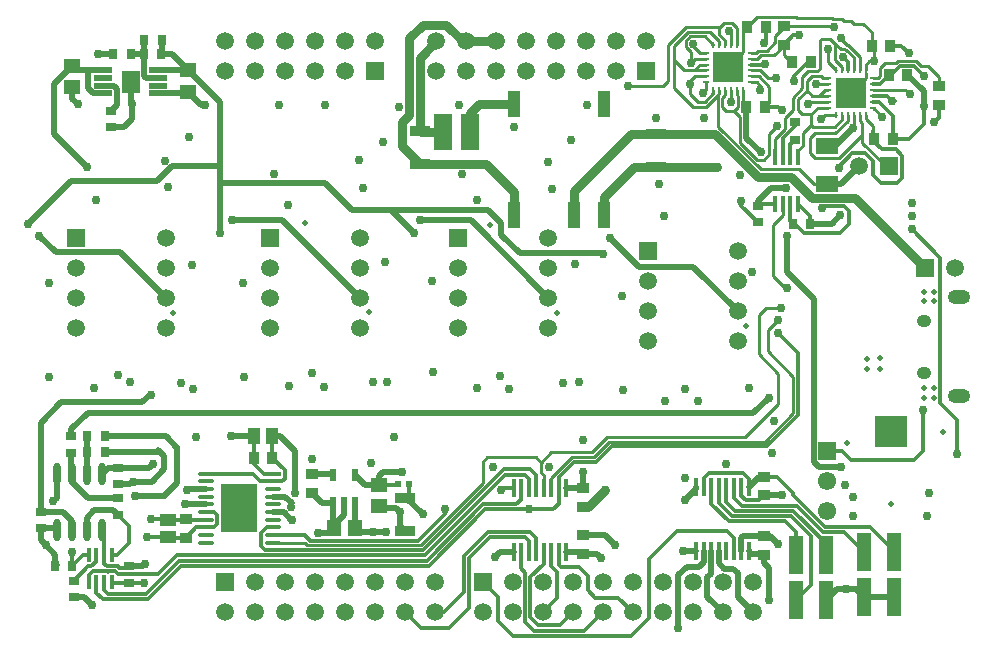
<source format=gbl>
G04*
G04 #@! TF.GenerationSoftware,Altium Limited,Altium Designer,18.1.9 (240)*
G04*
G04 Layer_Physical_Order=4*
G04 Layer_Color=16711680*
%FSLAX44Y44*%
%MOMM*%
G71*
G01*
G75*
%ADD19R,0.9000X0.7000*%
%ADD24R,1.1500X1.4500*%
%ADD26R,1.0000X0.9000*%
%ADD28R,0.9000X1.0000*%
%ADD29R,0.7000X0.9000*%
%ADD34R,1.4500X1.1500*%
%ADD88C,0.5000*%
%ADD89C,0.3000*%
%ADD90C,0.2540*%
%ADD92R,1.5500X1.5500*%
%ADD93C,1.5500*%
%ADD94C,1.5000*%
%ADD95R,1.5000X1.5000*%
%ADD96R,1.5000X1.5000*%
%ADD97O,1.9000X1.2000*%
%ADD98O,1.2500X1.0500*%
%ADD99C,0.7500*%
%ADD100C,0.5000*%
%ADD101R,0.4010X1.4668*%
%ADD102R,1.7000X0.9500*%
%ADD103R,0.5000X0.5000*%
%ADD104R,0.6000X1.1000*%
%ADD105R,3.0500X4.1300*%
%ADD106O,1.4000X0.3500*%
%ADD107R,1.4000X0.3500*%
%ADD108R,1.0500X1.3500*%
%ADD109R,1.3500X1.0500*%
%ADD110R,0.4156X1.2080*%
%ADD111R,0.9000X0.8000*%
%ADD112R,0.8000X0.9000*%
%ADD113O,0.6000X1.9000*%
%ADD114R,1.0000X2.3000*%
%ADD115R,1.5200X3.0500*%
%ADD116O,0.2500X0.6000*%
%ADD117R,0.2500X0.6000*%
%ADD118R,0.6000X0.2500*%
%ADD119R,2.5000X2.5000*%
%ADD120R,1.9000X1.3500*%
%ADD121R,1.2700X3.1800*%
%ADD122O,0.4100X1.6000*%
%ADD123R,0.4100X1.6000*%
G04:AMPARAMS|DCode=124|XSize=1.57mm|YSize=1.89mm|CornerRadius=0.0471mm|HoleSize=0mm|Usage=FLASHONLY|Rotation=180.000|XOffset=0mm|YOffset=0mm|HoleType=Round|Shape=RoundedRectangle|*
%AMROUNDEDRECTD124*
21,1,1.5700,1.7958,0,0,180.0*
21,1,1.4758,1.8900,0,0,180.0*
1,1,0.0942,-0.7379,0.8979*
1,1,0.0942,0.7379,0.8979*
1,1,0.0942,0.7379,-0.8979*
1,1,0.0942,-0.7379,-0.8979*
%
%ADD124ROUNDEDRECTD124*%
G04:AMPARAMS|DCode=125|XSize=0.45mm|YSize=1.55mm|CornerRadius=0.0495mm|HoleSize=0mm|Usage=FLASHONLY|Rotation=90.000|XOffset=0mm|YOffset=0mm|HoleType=Round|Shape=RoundedRectangle|*
%AMROUNDEDRECTD125*
21,1,0.4500,1.4510,0,0,90.0*
21,1,0.3510,1.5500,0,0,90.0*
1,1,0.0990,0.7255,0.1755*
1,1,0.0990,0.7255,-0.1755*
1,1,0.0990,-0.7255,-0.1755*
1,1,0.0990,-0.7255,0.1755*
%
%ADD125ROUNDEDRECTD125*%
%ADD126C,0.7500*%
G36*
X755664Y164846D02*
X728472D01*
Y191516D01*
X755664D01*
Y164846D01*
D02*
G37*
D19*
X87674Y107124D02*
D03*
Y122124D02*
D03*
X47876Y159702D02*
D03*
Y174702D02*
D03*
X660146Y440062D02*
D03*
Y425062D02*
D03*
D24*
X270018Y96774D02*
D03*
X288018D02*
D03*
D26*
X251586Y142112D02*
D03*
Y126112D02*
D03*
X144628Y88266D02*
D03*
Y104266D02*
D03*
X651510Y521440D02*
D03*
Y505440D02*
D03*
X782334Y470374D02*
D03*
Y454374D02*
D03*
X480822Y114022D02*
D03*
Y130022D02*
D03*
X481330Y74906D02*
D03*
Y90906D02*
D03*
X634238Y124080D02*
D03*
Y140080D02*
D03*
Y74042D02*
D03*
Y90042D02*
D03*
D28*
X202046Y156091D02*
D03*
X218046D02*
D03*
X755664Y479952D02*
D03*
X739664D02*
D03*
X741298Y504952D02*
D03*
X725298D02*
D03*
X635768Y520592D02*
D03*
X619768D02*
D03*
X673734Y491236D02*
D03*
X657734D02*
D03*
X635268Y453264D02*
D03*
X619268D02*
D03*
X743416Y426256D02*
D03*
X727416D02*
D03*
D29*
X60870Y161106D02*
D03*
X75870D02*
D03*
X60870Y174060D02*
D03*
X75870D02*
D03*
X124340Y510076D02*
D03*
X109340D02*
D03*
X97924Y497586D02*
D03*
X82924D02*
D03*
D34*
X307864Y115270D02*
D03*
Y133270D02*
D03*
X48514Y469790D02*
D03*
Y487790D02*
D03*
X146638Y465980D02*
D03*
Y483980D02*
D03*
D88*
X47876Y179978D02*
X61854Y193956D01*
X653565Y313159D02*
Y343584D01*
Y313159D02*
X676312Y290412D01*
X133008Y497586D02*
X146626Y483968D01*
X707536Y461567D02*
Y464924D01*
X706374Y460405D02*
X707536Y461567D01*
X97916Y457142D02*
Y474218D01*
Y457142D02*
X99348Y455710D01*
X123412Y497586D02*
X124340Y498514D01*
Y510076D01*
X109536Y479236D02*
Y497586D01*
X109340Y497658D02*
X109412Y497586D01*
X109340Y497658D02*
Y510076D01*
X703850Y45212D02*
X711962D01*
X696425D02*
X703850D01*
X718820Y38354D02*
X744220D01*
X711962Y45212D02*
X718820Y38354D01*
X686562Y35349D02*
X696425Y45212D01*
X173990Y388500D02*
Y402590D01*
Y456960D01*
X132751Y402590D02*
X173990D01*
X120305Y390144D02*
X132751Y402590D01*
X47498Y390144D02*
X120305D01*
X11176Y353822D02*
X47498Y390144D01*
X318262Y365760D02*
X400812D01*
X284988D02*
X318262D01*
X338074Y345948D01*
X497332Y329184D02*
X498094Y328422D01*
X427228Y329184D02*
X497332D01*
X411734Y344678D02*
X427228Y329184D01*
X411734Y344678D02*
Y354838D01*
X400812Y365760D02*
X411734Y354838D01*
X262248Y388500D02*
X284988Y365760D01*
X173990Y388500D02*
X262248D01*
X173990Y346456D02*
Y388500D01*
X146970Y483980D02*
X173990Y456960D01*
X146638Y483980D02*
X146970D01*
X32766Y430276D02*
X60960Y402082D01*
X32766Y430276D02*
Y472374D01*
X48183Y487790D01*
X48514D01*
X157876Y454742D02*
X161290D01*
X146638Y465980D02*
X157876Y454742D01*
X70104Y497586D02*
X82924D01*
X97924D02*
X97924Y497586D01*
X109412D01*
X123412D02*
X133008D01*
X109412D02*
X109536D01*
Y479236D02*
X111304Y477468D01*
X121166D01*
Y483968D02*
X146626D01*
X145126Y464468D02*
X146638Y465980D01*
X121166Y464468D02*
X145126D01*
X81026Y449722D02*
X86186Y454882D01*
Y468550D01*
X83768Y470968D02*
X86186Y468550D01*
X74666Y470968D02*
X83768D01*
X99348Y442722D02*
Y455710D01*
X92348Y435722D02*
X99348Y442722D01*
X81026Y435722D02*
X92348D01*
X48514Y459740D02*
X53086Y455168D01*
X48514Y459740D02*
Y469790D01*
X61468Y483968D02*
X74666D01*
X52336D02*
X61468D01*
Y469078D02*
Y483968D01*
Y469078D02*
X66078Y464468D01*
X74666D01*
X48514Y487790D02*
X52336Y483968D01*
X330500Y122204D02*
X331440D01*
X345186Y108458D01*
X226016Y357486D02*
X291910Y291592D01*
X183388Y357486D02*
X226016D01*
X49324Y37774D02*
X49716Y37382D01*
X58562Y37958D02*
X65278Y31242D01*
X50292Y37958D02*
X58562D01*
X691388Y353822D02*
X698754Y361188D01*
X672988Y353822D02*
X691388D01*
X699024Y387352D02*
X714262Y402590D01*
X687832Y387352D02*
X699024D01*
X676312Y152740D02*
Y290412D01*
X628948Y373170D02*
X640334Y384556D01*
X652632D01*
X676312Y152740D02*
X680881Y148172D01*
X699172D01*
X699262Y148082D01*
X114046Y209042D02*
X115570D01*
X107950Y202946D02*
X114046Y209042D01*
X38848Y202946D02*
X107950D01*
X21710Y185808D02*
X38848Y202946D01*
X616838Y90042D02*
X634238D01*
X614934Y88138D02*
X616838Y90042D01*
X614934Y77216D02*
Y88138D01*
X639192Y90042D02*
X646176Y83058D01*
X634238Y90042D02*
X639192D01*
X634238Y66802D02*
Y74906D01*
X623594D02*
X634238D01*
X638556Y35560D02*
Y62484D01*
X634238Y66802D02*
X638556Y62484D01*
X481330Y90906D02*
X499644D01*
X508254Y82296D01*
X480822Y130022D02*
Y144018D01*
X302768Y92964D02*
X314198D01*
X291828D02*
X302768D01*
X288018Y96774D02*
X291828Y92964D01*
X345186Y108204D02*
Y108458D01*
X311402Y144018D02*
X327914D01*
X307864Y140480D02*
X311402Y144018D01*
X307864Y113684D02*
X322434D01*
X326390Y98314D02*
Y109728D01*
Y98314D02*
X330500Y94204D01*
X322434Y113684D02*
X326390Y109728D01*
X307864Y113684D02*
Y115270D01*
X256286Y92456D02*
X265700D01*
X270018Y96774D01*
X234141Y103632D02*
X234442D01*
X227779Y109994D02*
X234141Y103632D01*
X218402Y109994D02*
X227779D01*
X233854Y114554D02*
Y116760D01*
X234442Y117348D01*
X228796Y122994D02*
X234442Y117348D01*
X218402Y122994D02*
X228796D01*
X224651Y174125D02*
X236982Y161794D01*
Y125730D02*
Y161794D01*
X493038Y74906D02*
X496570Y71374D01*
X481330Y74906D02*
X493038D01*
X561594Y12192D02*
Y56388D01*
X568960Y63754D01*
X579374D01*
X583184Y67564D01*
Y77216D01*
X269010Y97782D02*
X278510Y107282D01*
X25908Y82042D02*
X33984Y73966D01*
Y64078D02*
Y73966D01*
X21710Y86240D02*
X25908Y82042D01*
X21710Y86240D02*
Y96336D01*
Y110336D02*
Y185808D01*
X32258Y119126D02*
X35350Y122218D01*
Y142188D01*
X113496Y147532D02*
X116840Y150876D01*
X87674Y147532D02*
X113496D01*
X99822Y135628D02*
X116070D01*
X126492Y146050D01*
Y156210D01*
X121208Y162250D02*
X126104Y157354D01*
X75870Y161106D02*
X121596D01*
X137414Y134366D02*
Y164666D01*
X127074Y124026D02*
X137414Y134366D01*
X101600Y123698D02*
X127074D01*
X127692Y174060D02*
X137414Y164338D01*
X75870Y174060D02*
X127692D01*
X625248Y193956D02*
X638048Y206756D01*
X61854Y193956D02*
X625248D01*
X47876Y174702D02*
Y179978D01*
X528515Y317819D02*
X574247D01*
X504038Y342296D02*
X528515Y317819D01*
X574247D02*
X611802Y280264D01*
X504038Y342296D02*
Y342392D01*
X619268Y427080D02*
Y453264D01*
X628948Y369204D02*
Y373170D01*
X619268Y427080D02*
X631568Y414780D01*
X97726Y133532D02*
X99822Y135628D01*
X87674Y133532D02*
X97726D01*
X182741Y174125D02*
X202796D01*
X217296D02*
X224651D01*
X218402Y122994D02*
X218452Y122944D01*
X146038Y128786D02*
X146746Y129494D01*
X161402D01*
X143906Y116494D02*
X161402D01*
X61554Y122124D02*
X87674D01*
X48050Y135628D02*
X61554Y122124D01*
X67222Y111630D02*
X83168D01*
X60750Y105158D02*
X67222Y111630D01*
X83168D02*
X87674Y107124D01*
X48050Y135628D02*
Y142188D01*
X96818Y64220D02*
X108162D01*
X109728Y65786D01*
X33984Y64078D02*
X35350Y65444D01*
X34202Y96336D02*
X35350Y95188D01*
X21710Y96336D02*
X34202D01*
X307864Y133270D02*
Y140480D01*
X260412Y117286D02*
X269010D01*
X251586Y126112D02*
X260412Y117286D01*
X278510Y107282D02*
Y117286D01*
X269010Y97782D02*
Y117286D01*
X296026Y133270D02*
X307864D01*
X288010Y141286D02*
X296026Y133270D01*
X268184Y142112D02*
X269010Y141286D01*
X251586Y142112D02*
X268184D01*
X288018Y96774D02*
Y117278D01*
X288010Y117286D02*
X288018Y117278D01*
X630148Y140080D02*
X634238D01*
X621284Y131216D02*
X630148Y140080D01*
X576834Y129540D02*
Y131216D01*
X567182Y119888D02*
X576834Y129540D01*
X693668Y419352D02*
X709818Y435502D01*
X683514Y419352D02*
X693668D01*
X769380Y453418D02*
Y466236D01*
X755664Y479952D02*
X769380Y466236D01*
X342900Y357053D02*
X385775D01*
X451536Y291292D01*
X89218Y329946D02*
X127572Y291592D01*
X34486Y329946D02*
X89218D01*
X20516Y343916D02*
X34486Y329946D01*
X21710Y110336D02*
X40322D01*
X48050Y102608D01*
Y95188D02*
Y102608D01*
X60750Y95188D02*
Y105158D01*
X78794Y147532D02*
X87674D01*
X73450Y142188D02*
X78794Y147532D01*
X60870Y161106D02*
Y174060D01*
X60750Y160986D02*
X60870Y161106D01*
X60750Y142188D02*
Y160986D01*
X47876Y142362D02*
X48050Y142188D01*
X47876Y142362D02*
Y159702D01*
Y174702D02*
X48722Y175548D01*
X406654Y72136D02*
X410820Y76302D01*
X422148D01*
X480542Y130302D02*
X480822Y130022D01*
X466598Y130302D02*
X480542D01*
X479934Y76302D02*
X481330Y74906D01*
X466598Y76302D02*
X479934D01*
X600662Y62024D02*
X608028D01*
X595884Y66802D02*
X600662Y62024D01*
X595884Y66802D02*
Y77216D01*
X565404D02*
X576834D01*
X621284D02*
X623594Y74906D01*
X611954Y37986D02*
X624586Y25354D01*
X611954Y37986D02*
Y58098D01*
X608028Y62024D02*
X611954Y58098D01*
X634238Y124080D02*
X649096D01*
X586232Y38308D02*
X599186Y25354D01*
X586232Y38308D02*
Y54610D01*
X589534Y57912D01*
Y77216D01*
D89*
X656440Y421356D02*
X660146Y425062D01*
X656440Y410599D02*
Y421356D01*
X660146Y437046D02*
Y440062D01*
X649940Y426840D02*
X660146Y437046D01*
X649940Y410599D02*
Y426840D01*
X726736Y462374D02*
X738030D01*
X742696Y457708D01*
X744982D01*
X726736Y457374D02*
X731520D01*
X743416Y445478D01*
X750316Y504952D02*
X756666Y498602D01*
X741298Y504952D02*
X750316D01*
X701040Y495310D02*
X705236Y491114D01*
Y483874D02*
Y491114D01*
X761492Y487722D02*
X769634Y479580D01*
X749209Y487722D02*
X761492D01*
X741439Y479952D02*
X749209Y487722D01*
X743416Y426256D02*
X756920D01*
X769380Y438716D01*
Y453418D01*
X696664Y401574D02*
X697632D01*
X696664D02*
X709110Y414020D01*
X652272Y102108D02*
X661162Y93218D01*
Y73449D02*
Y93218D01*
Y35349D02*
X674370Y48557D01*
Y89662D01*
X657352Y106680D02*
X674370Y89662D01*
X724008Y97616D02*
X744220Y77404D01*
Y76454D02*
Y77404D01*
X684530Y92964D02*
X702310D01*
X718820Y76454D01*
X658748Y513588D02*
X663702D01*
X651764Y506604D02*
X658748Y513588D01*
X49276Y51774D02*
X49876Y52374D01*
X62284Y63950D02*
X64754D01*
X50292Y51958D02*
X62284Y63950D01*
X614994Y369158D02*
Y373440D01*
Y369158D02*
X628948Y355204D01*
X658988Y353822D02*
X660571D01*
X667841Y346552D01*
X698850D01*
X706374Y354076D01*
Y364744D01*
X701802Y369316D02*
X706374Y364744D01*
X685292Y369316D02*
X701802D01*
X683006Y367030D02*
X685292Y369316D01*
X782334Y453612D02*
X783096Y454374D01*
X656440Y356370D02*
X658988Y353822D01*
X656440Y356370D02*
Y370402D01*
X662940D02*
X672988Y360354D01*
Y353822D02*
Y360354D01*
X726456Y424418D02*
Y432308D01*
X341376Y85852D02*
X363982Y108458D01*
Y112776D01*
X435102Y112224D02*
X455886D01*
X397917D02*
X435102D01*
X759460Y349250D02*
X783336Y325374D01*
Y202438D02*
Y325374D01*
Y202438D02*
X797559Y188214D01*
Y159432D02*
Y188214D01*
X707812Y154264D02*
X760984D01*
X768604Y161884D01*
Y196342D01*
X700024Y162052D02*
X707812Y154264D01*
X687832Y162052D02*
X700024D01*
X606845Y106680D02*
X657352D01*
X609648Y110950D02*
X659178D01*
X689864Y80264D01*
X662274Y115220D02*
X684530Y92964D01*
X658988Y124545D02*
Y125920D01*
Y124545D02*
X685917Y97616D01*
X709110Y414020D02*
X719622D01*
X726186Y407456D01*
Y395732D02*
Y407456D01*
X746760Y388366D02*
X751078Y392684D01*
X726186Y395732D02*
X733552Y388366D01*
X746760D01*
X646176Y261436D02*
X662871Y244741D01*
X141018Y64564D02*
X350257D01*
X112668Y36214D02*
X141018Y64564D01*
X74276Y36214D02*
X112668D01*
X138938Y68834D02*
X348488D01*
X110588Y40484D02*
X138938Y68834D01*
X78642Y40484D02*
X110588D01*
X137160Y73660D02*
X209861D01*
X120950Y57450D02*
X137160Y73660D01*
X87385Y57450D02*
X120950D01*
X455886Y112224D02*
X460248Y116586D01*
X350257Y64564D02*
X397917Y112224D01*
X424596Y116494D02*
X428498Y120396D01*
X396148Y116494D02*
X424596D01*
X348488Y68834D02*
X396148Y116494D01*
X346959Y73478D02*
X414667Y141186D01*
X210043Y73478D02*
X346959D01*
X209861Y73660D02*
X210043Y73478D01*
X345191Y77748D02*
X413747Y146304D01*
X211812Y77748D02*
X345191D01*
X208026Y81534D02*
X211812Y77748D01*
X413747Y146304D02*
X436446D01*
X414667Y141186D02*
X431584D01*
X411480Y128778D02*
X413004Y130302D01*
X250190Y85852D02*
X341376D01*
X245548Y90494D02*
X250190Y85852D01*
X218402Y90494D02*
X245548D01*
X208026Y81534D02*
Y91948D01*
X213072Y96994D01*
X218402D01*
X112014Y88646D02*
X125222D01*
X115570Y103886D02*
X126080D01*
X127858Y102108D01*
X129274Y103524D01*
X413004Y130302D02*
X422148D01*
X636558Y165632D02*
X662871Y191945D01*
Y244741D01*
X458978Y37546D02*
Y58928D01*
X453898Y64008D02*
X458978Y58928D01*
X453898Y64008D02*
Y76302D01*
X446786Y25354D02*
X458978Y37546D01*
X442884Y14732D02*
X461564D01*
X472186Y25354D01*
X447548Y66294D02*
Y76302D01*
X436516Y55262D02*
X447548Y66294D01*
X436516Y21100D02*
Y55262D01*
Y21100D02*
X442884Y14732D01*
X439214Y9604D02*
X481836D01*
X432246Y16572D02*
X439214Y9604D01*
X432246Y16572D02*
Y58482D01*
X481836Y9604D02*
X497586Y25354D01*
X634258Y488856D02*
X634760Y489358D01*
X622850Y488856D02*
X634258D01*
X436446Y146304D02*
X441198Y141552D01*
Y130302D02*
Y141552D01*
X431584Y141186D02*
X434848Y137922D01*
X330454Y25354D02*
X344124Y11684D01*
X367538D01*
X384556Y28702D01*
Y70923D01*
X402581Y88948D01*
X431686D01*
X434848Y85786D01*
Y76302D02*
Y85786D01*
X441198Y76302D02*
Y88138D01*
X436118Y93218D02*
X441198Y88138D01*
X400812Y93218D02*
X436118D01*
X380238Y72644D02*
X400812Y93218D01*
X75430Y43775D02*
X78642Y40563D01*
Y40484D02*
Y40563D01*
X75430Y43775D02*
Y50870D01*
X659638Y474980D02*
Y478790D01*
X659384Y479044D02*
X659638Y478790D01*
X659384Y479044D02*
X671576Y491236D01*
X673734D01*
X743416Y426256D02*
Y445478D01*
X492252Y152654D02*
X505230Y165632D01*
X473327Y152654D02*
X492252D01*
X460248Y139575D02*
X473327Y152654D01*
X505230Y165632D02*
X636558D01*
X460248Y130302D02*
Y139575D01*
X646049Y453264D02*
X649224Y450088D01*
X635268Y453264D02*
X646049D01*
X726456Y424418D02*
X733806Y417068D01*
X745744D01*
X751078Y411734D01*
Y392684D02*
Y411734D01*
X634238Y140080D02*
X644828D01*
X658988Y125920D01*
X615538Y115220D02*
X662274D01*
X602234Y118466D02*
Y131216D01*
Y118364D02*
Y118466D01*
X609496Y111204D01*
X602082Y118618D02*
X602234Y118466D01*
X685917Y97616D02*
X724008D01*
X628948Y369204D02*
X630146Y370402D01*
X643440D01*
X47984Y64078D02*
Y76294D01*
X161402Y96994D02*
X168602D01*
X171438Y99830D01*
Y107196D01*
X168640Y109994D02*
X171438Y107196D01*
X161402Y109994D02*
X168640D01*
X87674Y107124D02*
X96818Y97980D01*
Y83822D02*
Y97980D01*
X86726Y73730D02*
X96818Y83822D01*
X73450Y95188D02*
X75430Y93208D01*
Y73730D02*
Y93208D01*
X207664Y135994D02*
X218402D01*
X201164Y142494D02*
X207664Y135994D01*
X161402Y142494D02*
X201164D01*
X96818Y50220D02*
X109292D01*
X129274Y89024D02*
X130032Y88266D01*
X144628D01*
X153356Y96994D01*
X161402D01*
X129274Y103524D02*
X143886D01*
X144628Y104266D01*
X145400Y103494D01*
X161402D01*
X217296Y174125D02*
X218046Y173375D01*
Y156091D02*
Y173375D01*
X202046Y173375D02*
X202796Y174125D01*
X202046Y156091D02*
Y173375D01*
Y151010D02*
Y156091D01*
Y151010D02*
X210562Y142494D01*
X218402D01*
X218046Y156091D02*
X228334Y145803D01*
Y137930D02*
Y145803D01*
X226398Y135994D02*
X228334Y137930D01*
X218402Y135994D02*
X226398D01*
X330500Y122204D02*
X333476Y125180D01*
Y133350D01*
X324396Y133270D02*
X324476Y133350D01*
X307864Y133270D02*
X324396D01*
X595884Y117641D02*
Y131216D01*
X621284D02*
Y137922D01*
X616204Y143002D02*
X621284Y137922D01*
X587756Y143002D02*
X616204D01*
X583184Y138430D02*
X587756Y143002D01*
X583184Y131216D02*
Y138430D01*
X630300Y120142D02*
X634238Y124080D01*
X618744Y120142D02*
X630300D01*
X614934Y123952D02*
X618744Y120142D01*
X614934Y123952D02*
Y131216D01*
X635768Y508666D02*
Y520592D01*
X634086Y506984D02*
X635768Y508666D01*
X782334Y453612D02*
Y454374D01*
Y443941D02*
Y453612D01*
X778346Y439953D02*
X782334Y443941D01*
X739664Y479952D02*
X741439D01*
X732086Y472374D02*
X739664Y479952D01*
X726736Y472374D02*
X732086D01*
X428498Y120396D02*
Y130302D01*
X62430Y56405D02*
X65705Y59680D01*
X62430Y50870D02*
Y56405D01*
X78680Y59655D02*
Y59655D01*
X78655Y59680D02*
X78680Y59655D01*
X85155Y59680D02*
X87385Y57450D01*
X78705Y59680D02*
X85155D01*
X78680Y59655D02*
X78705Y59680D01*
X65705D02*
X78655D01*
X64754Y63950D02*
X68930Y68126D01*
X88520Y62354D02*
X94952D01*
X86924Y63950D02*
X88520Y62354D01*
X77564Y63950D02*
X86924D01*
X75430Y66084D02*
X77564Y63950D01*
X460248Y116586D02*
Y130302D01*
X68930Y41560D02*
X74276Y36214D01*
X68930Y41560D02*
Y50870D01*
X47542Y51774D02*
X49276D01*
X68930Y68126D02*
Y73730D01*
X47984Y64078D02*
X57636Y73730D01*
X62430D01*
X81930D02*
X86726D01*
X94952Y62354D02*
X96818Y64220D01*
X75430Y66084D02*
Y73730D01*
X81930Y50870D02*
X82580Y50220D01*
X96818D01*
X608584Y122174D02*
X615538Y115220D01*
X604266Y102108D02*
X652272D01*
X608584Y122174D02*
Y131216D01*
X602618Y94234D02*
X608584Y88268D01*
X560194Y94234D02*
X602618D01*
X536448Y70488D02*
X560194Y94234D01*
X608584Y77216D02*
Y88268D01*
X595884Y117641D02*
X606845Y106680D01*
X589534Y116840D02*
X604266Y102108D01*
X589534Y116840D02*
Y131216D01*
X536448Y20574D02*
Y70488D01*
X521208Y5334D02*
X536448Y20574D01*
X421386Y5334D02*
X521208D01*
X408686Y18034D02*
X421386Y5334D01*
X408686Y18034D02*
Y38054D01*
X395986Y50754D02*
X408686Y38054D01*
X380238Y42164D02*
Y72644D01*
X363428Y25354D02*
X380238Y42164D01*
X355854Y25354D02*
X363428D01*
X510748Y37592D02*
X522986Y25354D01*
X490982Y37592D02*
X510748D01*
X484822Y43752D02*
X490982Y37592D01*
X484822Y43752D02*
Y56198D01*
X477774Y63246D02*
X484822Y56198D01*
X462534Y63246D02*
X477774D01*
X460248Y65532D02*
X462534Y63246D01*
X460248Y65532D02*
Y76302D01*
X428498Y62230D02*
X432246Y58482D01*
X428498Y62230D02*
Y76302D01*
D90*
X651764Y299466D02*
X653796D01*
X641604Y309626D02*
X651764Y299466D01*
X569864Y473094D02*
X575626Y478856D01*
X641604Y353060D02*
X649940Y361396D01*
X753858Y467374D02*
X757682Y463550D01*
X726736Y467374D02*
X753858D01*
X651510Y521440D02*
X694712D01*
X699008Y510540D02*
Y511668D01*
Y510540D02*
X704088Y505460D01*
X726736Y452374D02*
X734060Y445050D01*
Y444500D02*
Y445050D01*
X725364Y504886D02*
Y516088D01*
Y504886D02*
X727202Y503048D01*
X725298Y504952D02*
X725364Y504886D01*
X727202Y491490D02*
Y503048D01*
X723112Y491490D02*
X727202D01*
X720236Y488614D02*
X723112Y491490D01*
X720236Y483874D02*
Y488614D01*
X715236Y483874D02*
Y495398D01*
X705174Y505460D02*
X715236Y495398D01*
X704088Y505460D02*
X705174D01*
X699003Y501650D02*
X702818D01*
X710236Y490638D02*
Y495009D01*
X702818Y501650D02*
X702868Y501600D01*
X703645D01*
X710236Y495009D01*
X690372Y510281D02*
X699003Y501650D01*
X690372Y510281D02*
Y510540D01*
Y510281D02*
X694436Y506217D01*
Y492516D02*
Y506217D01*
X701792Y525729D02*
X707949D01*
X700278Y527244D02*
X701792Y525729D01*
X693095Y520954D02*
X694225D01*
X694712Y521440D01*
X682752Y510540D02*
X690372D01*
X694436Y492516D02*
X700236Y486716D01*
Y483874D02*
Y486716D01*
X688086Y491024D02*
Y502158D01*
Y491024D02*
X695236Y483874D01*
X745966Y490192D02*
X748086Y492312D01*
X762616D01*
X767473Y487454D01*
X681228Y485013D02*
Y509016D01*
X682752Y510540D01*
X679323Y483108D02*
X681228Y485013D01*
X710236Y483874D02*
Y490638D01*
X732624Y486004D02*
X736812Y490192D01*
X732624Y479044D02*
Y486004D01*
X720236Y477624D02*
Y481984D01*
X736812Y490192D02*
X745966D01*
X730954Y477374D02*
X732624Y479044D01*
X726736Y477374D02*
X730954D01*
X707536Y464924D02*
X720236Y477624D01*
X726456Y432308D02*
Y436886D01*
X720236Y443106D02*
X726456Y436886D01*
X691808Y528029D02*
X692593Y527244D01*
X661761Y528029D02*
X691808D01*
X660930Y528860D02*
X661761Y528029D01*
X692593Y527244D02*
X700278D01*
X519176Y470362D02*
X548594D01*
X628036Y528860D02*
X660930D01*
X619768Y520592D02*
X628036Y528860D01*
X707949Y525729D02*
X710438Y523240D01*
X643730Y513440D02*
X651270Y520980D01*
X643730Y507733D02*
Y513440D01*
X553212Y505206D02*
X568392Y520386D01*
X588612Y516576D02*
X596350Y508838D01*
X557672Y492906D02*
Y504194D01*
X583940Y512766D02*
X591350Y505356D01*
X574237Y504281D02*
X579662Y498856D01*
X567947Y503871D02*
X572008Y499810D01*
Y493856D02*
Y499810D01*
X571632Y512766D02*
X583940D01*
X570053Y516576D02*
X588612D01*
X557672Y504194D02*
X570053Y516576D01*
X568392Y520386D02*
X595978D01*
X596534Y519830D01*
X567947Y509081D02*
X571632Y512766D01*
X567947Y503871D02*
Y509081D01*
X574237Y504281D02*
Y506476D01*
X651270Y496850D02*
X657874Y490246D01*
X676654Y387352D02*
X687832D01*
X663956Y400050D02*
X676654Y387352D01*
X673368Y414020D02*
Y426974D01*
Y414020D02*
X677732Y409656D01*
X641604Y309626D02*
Y353060D01*
X649940Y361396D02*
Y370402D01*
X631390Y400050D02*
X663956D01*
X595264Y436176D02*
X631390Y400050D01*
X595264Y436176D02*
Y462949D01*
X628338Y408490D02*
X634390D01*
X614228Y422600D02*
X628338Y408490D01*
X614228Y422600D02*
Y444694D01*
X677178Y430784D02*
X694631D01*
X673368Y426974D02*
X677178Y430784D01*
X677732Y409656D02*
X697946D01*
X717184Y428894D02*
Y439312D01*
Y422768D02*
Y428894D01*
X697946Y409656D02*
X717184Y428894D01*
X737362Y402590D02*
X739662D01*
X717184Y422768D02*
X737362Y402590D01*
X635508Y282702D02*
X648208D01*
X637286Y246080D02*
Y263906D01*
X645668Y272288D01*
X440944Y156464D02*
X445516Y151892D01*
X400050Y156464D02*
X440944D01*
X395986Y152400D02*
X400050Y156464D01*
X395986Y134366D02*
Y152400D01*
X343408Y81788D02*
X395986Y134366D01*
X247396Y81788D02*
X343408D01*
X245190Y83994D02*
X247396Y81788D01*
X218402Y83994D02*
X245190D01*
X658831Y193703D02*
Y224535D01*
X634800Y169672D02*
X658831Y193703D01*
X637286Y246080D02*
X658831Y224535D01*
X629666Y276860D02*
X635508Y282702D01*
X629666Y243688D02*
Y276860D01*
Y243688D02*
X646176Y227178D01*
Y201836D02*
Y227178D01*
X617822Y173482D02*
X646176Y201836D01*
X501342Y173482D02*
X617822D01*
X434848Y130302D02*
Y137922D01*
X488388Y160528D02*
X501342Y173482D01*
X454152Y160528D02*
X488388D01*
X445516Y151892D02*
X454152Y160528D01*
X445516Y143256D02*
Y151892D01*
Y143256D02*
X447548Y141224D01*
Y130302D02*
Y141224D01*
X584995Y452680D02*
X595264Y462949D01*
X596350Y464035D01*
X638650Y412750D02*
Y430370D01*
X634390Y408490D02*
X638650Y412750D01*
X710438Y523240D02*
X718212D01*
X725364Y516088D01*
X666242Y468630D02*
Y478282D01*
X671068Y483108D02*
X679323D01*
X666242Y478282D02*
X671068Y483108D01*
X682640Y479298D02*
X684564Y477374D01*
X674766Y479298D02*
X682640D01*
X670448Y474980D02*
X674766Y479298D01*
X694631Y430784D02*
X705236Y441390D01*
X662940Y416010D02*
X667440Y420510D01*
X662940Y410902D02*
Y416010D01*
X674258Y437918D02*
Y438150D01*
X667440Y431100D02*
X674258Y437918D01*
X667440Y420510D02*
Y431100D01*
X489966Y156718D02*
X502920Y169672D01*
X471678Y156718D02*
X489966D01*
X453898Y138938D02*
X471678Y156718D01*
X502920Y169672D02*
X634800D01*
X453898Y130302D02*
Y138938D01*
X658368Y460756D02*
X666242Y468630D01*
X658368Y450337D02*
Y460756D01*
X651704Y443673D02*
X658368Y450337D01*
X651704Y434529D02*
Y443673D01*
X643440Y426265D02*
X651704Y434529D01*
X643440Y410902D02*
Y426265D01*
X638650Y430370D02*
X645414Y437134D01*
X596350Y464035D02*
Y467356D01*
X573876Y452680D02*
X584995D01*
X591350Y464423D02*
Y467356D01*
X578748Y457272D02*
X584199D01*
X591350Y464423D01*
X571642Y464378D02*
X578748Y457272D01*
X571642Y464378D02*
Y472078D01*
X580790Y463546D02*
X584850Y467606D01*
X612228Y452974D02*
Y462026D01*
X611350Y462904D02*
X612228Y462026D01*
X611350Y462904D02*
Y467356D01*
X609088Y449834D02*
X614228Y444694D01*
X548594Y470362D02*
X553212Y474980D01*
Y505206D01*
X603650Y486406D02*
X616350Y499106D01*
Y505356D01*
X631304Y496824D02*
X643113D01*
X628336Y493856D02*
X631304Y496824D01*
X622850Y493856D02*
X628336D01*
X631110Y483856D02*
X637808Y477158D01*
X622850Y483856D02*
X631110D01*
X630142Y478856D02*
X638698Y470300D01*
X622850Y478856D02*
X630142D01*
X627930Y473856D02*
X631078Y470708D01*
X622850Y473856D02*
X627930D01*
X596534Y519830D02*
X600465Y523761D01*
X596534Y514091D02*
Y519830D01*
Y514091D02*
X601350Y509275D01*
X600465Y523761D02*
X607521D01*
X596350Y505356D02*
Y508838D01*
X607521Y523761D02*
X611350Y519933D01*
Y505356D02*
Y519933D01*
X575644Y493856D02*
X584850D01*
X572008Y490220D02*
X575644Y493856D01*
X557672Y468884D02*
X573876Y452680D01*
X629114Y500694D02*
X636691D01*
X627276Y498856D02*
X629114Y500694D01*
X622850Y498856D02*
X627276D01*
X643113Y496824D02*
X651270Y504980D01*
X636691Y500694D02*
X643730Y507733D01*
X710236Y433560D02*
Y445874D01*
X773444Y487454D02*
X782334Y478564D01*
Y470374D02*
Y478564D01*
X767473Y487454D02*
X773444D01*
X651270Y496850D02*
Y504980D01*
X637808Y477158D02*
X644032D01*
X631078Y466998D02*
Y470708D01*
X638698Y456693D02*
Y470300D01*
X616350Y517174D02*
X619768Y520592D01*
X616350Y505356D02*
Y517174D01*
X557672Y468884D02*
Y492906D01*
X566722Y483856D02*
X574690D01*
X557672Y492906D02*
X566722Y483856D01*
X574690D02*
X584850D01*
X574690D02*
X579690Y488856D01*
X584850D01*
X715236Y441260D02*
X717184Y439312D01*
X715236Y441260D02*
Y445874D01*
X720236Y443106D02*
Y445874D01*
X705236Y441390D02*
Y445874D01*
X709818Y433978D02*
X710236Y433560D01*
X709818Y433978D02*
Y435502D01*
X584850Y467606D02*
Y473856D01*
X601350Y462829D02*
Y467356D01*
X599074Y460553D02*
X601350Y462829D01*
X599074Y453028D02*
Y460553D01*
Y453028D02*
X602268Y449834D01*
X609088D01*
X612228Y452974D01*
X616350Y456181D02*
Y467356D01*
X605932Y456838D02*
Y466938D01*
X606350Y467356D01*
X569864Y473094D02*
X570880Y472078D01*
X601350Y505356D02*
Y509275D01*
X606350Y505356D02*
Y516037D01*
X604916Y517471D02*
X606350Y516037D01*
X579662Y498856D02*
X584850D01*
X575626Y478856D02*
X584850D01*
X675180Y462374D02*
X681116D01*
X670448Y467106D02*
X675180Y462374D01*
X672908Y457374D02*
X688736D01*
X674258Y447040D02*
X679592Y452374D01*
X674258Y438150D02*
X676036Y436372D01*
X694070D01*
X700236Y442538D01*
X686046Y445874D02*
X695236D01*
X663082Y450596D02*
Y459320D01*
X670448Y467106D02*
Y474980D01*
Y466686D02*
Y467106D01*
X663082Y459320D02*
X670448Y466686D01*
X671210Y455676D02*
X672908Y457374D01*
X663082Y450596D02*
X666638Y447040D01*
X674258D01*
Y438150D02*
Y447040D01*
X684564Y477374D02*
X688736D01*
X681116Y462374D02*
X688736D01*
X681116D02*
X686116Y467374D01*
X688736D01*
X678256Y472374D02*
X688736D01*
X679592Y452374D02*
X688736D01*
X682894Y442722D02*
X686046Y445874D01*
X700236Y442538D02*
Y445874D01*
D92*
X687832Y162052D02*
D03*
D93*
Y136652D02*
D03*
Y111252D02*
D03*
D94*
X714262Y402590D02*
D03*
X451536Y265892D02*
D03*
Y291292D02*
D03*
Y316692D02*
D03*
Y342092D02*
D03*
X375336Y265892D02*
D03*
Y291292D02*
D03*
Y316692D02*
D03*
X127572Y266192D02*
D03*
Y291592D02*
D03*
Y316992D02*
D03*
Y342392D02*
D03*
X51372Y266192D02*
D03*
Y291592D02*
D03*
Y316992D02*
D03*
X291910Y266192D02*
D03*
Y291592D02*
D03*
Y316992D02*
D03*
Y342392D02*
D03*
X215710Y266192D02*
D03*
Y291592D02*
D03*
Y316992D02*
D03*
X795782Y316484D02*
D03*
X611802Y254864D02*
D03*
Y280264D02*
D03*
Y305664D02*
D03*
Y331064D02*
D03*
X535602Y254864D02*
D03*
Y280264D02*
D03*
Y305664D02*
D03*
X624586Y25354D02*
D03*
Y50754D02*
D03*
X599186Y25354D02*
D03*
Y50754D02*
D03*
X573786Y25354D02*
D03*
Y50754D02*
D03*
X548386Y25354D02*
D03*
Y50754D02*
D03*
X522986Y25354D02*
D03*
Y50754D02*
D03*
X497586Y25354D02*
D03*
Y50754D02*
D03*
X472186Y25354D02*
D03*
Y50754D02*
D03*
X446786Y25354D02*
D03*
Y50754D02*
D03*
X421386Y25354D02*
D03*
Y50754D02*
D03*
X395986Y25354D02*
D03*
X534416Y508462D02*
D03*
X509016Y483062D02*
D03*
Y508462D02*
D03*
X483616Y483062D02*
D03*
Y508462D02*
D03*
X458216Y483062D02*
D03*
Y508462D02*
D03*
X432816Y483062D02*
D03*
Y508462D02*
D03*
X407416Y483062D02*
D03*
Y508462D02*
D03*
X382016Y483062D02*
D03*
Y508462D02*
D03*
X356616Y483062D02*
D03*
Y508462D02*
D03*
X178054D02*
D03*
Y483062D02*
D03*
X203454Y508462D02*
D03*
Y483062D02*
D03*
X228854Y508462D02*
D03*
Y483062D02*
D03*
X254254Y508462D02*
D03*
Y483062D02*
D03*
X279654Y508462D02*
D03*
Y483062D02*
D03*
X305054Y508462D02*
D03*
X178054Y25354D02*
D03*
X203454Y50754D02*
D03*
Y25354D02*
D03*
X228854Y50754D02*
D03*
Y25354D02*
D03*
X254254Y50754D02*
D03*
Y25354D02*
D03*
X279654Y50754D02*
D03*
Y25354D02*
D03*
X305054Y50754D02*
D03*
Y25354D02*
D03*
X330454Y50754D02*
D03*
Y25354D02*
D03*
X355854Y50754D02*
D03*
Y25354D02*
D03*
D95*
X739662Y402590D02*
D03*
X770382Y316484D02*
D03*
D96*
X375336Y342092D02*
D03*
X51372Y342392D02*
D03*
X215710D02*
D03*
X535602Y331064D02*
D03*
X395986Y50754D02*
D03*
X534416Y483062D02*
D03*
X305054D02*
D03*
X178054Y50754D02*
D03*
D97*
X799606Y208186D02*
D03*
Y291686D02*
D03*
D98*
X769606Y272186D02*
D03*
Y227686D02*
D03*
D99*
X653796Y299466D02*
D03*
X513758Y293032D02*
D03*
X653565Y343584D02*
D03*
X757682Y463550D02*
D03*
X742696Y457708D02*
D03*
X699008Y511668D02*
D03*
X734060Y444500D02*
D03*
X693095Y520954D02*
D03*
X701040Y495310D02*
D03*
X756666Y498602D02*
D03*
X688086Y502158D02*
D03*
X727202Y491490D02*
D03*
X697632Y401574D02*
D03*
X703850Y45212D02*
D03*
X70104Y497586D02*
D03*
X519176Y470362D02*
D03*
X663702Y513588D02*
D03*
X219456Y396240D02*
D03*
X574237Y506476D02*
D03*
X709676Y106426D02*
D03*
Y122345D02*
D03*
X774192Y126238D02*
D03*
X231086Y369783D02*
D03*
X474297Y320040D02*
D03*
X183388Y357486D02*
D03*
X65278Y31242D02*
D03*
X698754Y361188D02*
D03*
X683006Y367030D02*
D03*
X652632Y384556D02*
D03*
X363982Y112776D02*
D03*
X435102Y112224D02*
D03*
X768604Y196342D02*
D03*
X772160Y106934D02*
D03*
X702782Y132489D02*
D03*
X797559Y159432D02*
D03*
X115570Y209042D02*
D03*
X594724Y402052D02*
D03*
X545694Y387706D02*
D03*
X624332Y313182D02*
D03*
X646176Y83058D02*
D03*
X638556Y35560D02*
D03*
X508254Y82296D02*
D03*
X480822Y144018D02*
D03*
X499872Y128270D02*
D03*
X648208Y282702D02*
D03*
X646176Y261436D02*
D03*
X645668Y272288D02*
D03*
X549148Y360934D02*
D03*
X314198Y92964D02*
D03*
X302768D02*
D03*
X345186Y108458D02*
D03*
X327914Y144018D02*
D03*
X404954Y148258D02*
D03*
X411480Y128778D02*
D03*
X326390Y109728D02*
D03*
X256286Y92456D02*
D03*
X301244Y151130D02*
D03*
X251714Y154686D02*
D03*
X234442Y103632D02*
D03*
X233854Y114554D02*
D03*
X112014Y88646D02*
D03*
X115570Y103886D02*
D03*
X496570Y71374D02*
D03*
X561594Y12192D02*
D03*
X699262Y148082D02*
D03*
X189980Y101148D02*
D03*
X189902Y124976D02*
D03*
Y113284D02*
D03*
X25908Y82042D02*
D03*
X32258Y119126D02*
D03*
X638048Y206756D02*
D03*
X642366Y186690D02*
D03*
X659638Y474980D02*
D03*
X645414Y437134D02*
D03*
X649224Y450088D02*
D03*
X582676Y464644D02*
D03*
X621894Y215392D02*
D03*
X498094Y328422D02*
D03*
X504038Y342392D02*
D03*
X634760Y489358D02*
D03*
X759460Y349250D02*
D03*
Y360680D02*
D03*
X759206Y371856D02*
D03*
X101600Y123698D02*
D03*
X236982Y125730D02*
D03*
X47984Y76294D02*
D03*
X99822Y135628D02*
D03*
X182741Y174125D02*
D03*
X146038Y128786D02*
D03*
X143906Y116494D02*
D03*
X109728Y65786D02*
D03*
X109292Y50220D02*
D03*
X422622Y435818D02*
D03*
X567531Y139007D02*
D03*
X572008Y490220D02*
D03*
X634086Y506984D02*
D03*
X769380Y453418D02*
D03*
X602340Y150622D02*
D03*
X640944Y160376D02*
D03*
X778346Y439953D02*
D03*
X769634Y479580D02*
D03*
X232265Y216644D02*
D03*
X194120Y224563D02*
D03*
X315242Y219710D02*
D03*
X303530D02*
D03*
X261366Y216154D02*
D03*
X321056Y173482D02*
D03*
X644032Y477158D02*
D03*
X631078Y466998D02*
D03*
X709818Y435502D02*
D03*
X605932Y456838D02*
D03*
X571642Y472078D02*
D03*
X604916Y517471D02*
D03*
X342900Y357053D02*
D03*
X678256Y472374D02*
D03*
X671210Y455676D02*
D03*
X682894Y442722D02*
D03*
X11176Y353822D02*
D03*
X20516Y343916D02*
D03*
X338074Y345948D02*
D03*
X173990Y346456D02*
D03*
X480822Y170942D02*
D03*
X614994Y373440D02*
D03*
X614020Y395580D02*
D03*
X567284Y214224D02*
D03*
X514452Y213235D02*
D03*
X550284Y204318D02*
D03*
X578714Y204064D02*
D03*
X391228Y374418D02*
D03*
X631568Y414780D02*
D03*
X583816Y443818D02*
D03*
X542986Y443564D02*
D03*
X375966Y454868D02*
D03*
X452550Y148258D02*
D03*
X477774Y219710D02*
D03*
X464358Y219156D02*
D03*
X418338Y214122D02*
D03*
X410718Y225552D02*
D03*
X391368Y215092D02*
D03*
X354144Y228668D02*
D03*
X353382Y305748D02*
D03*
X454872Y383498D02*
D03*
X484298Y454740D02*
D03*
X451122Y406164D02*
D03*
X470548Y425082D02*
D03*
X378206Y395986D02*
D03*
X313754Y322008D02*
D03*
X291280Y407982D02*
D03*
X223371Y454406D02*
D03*
X262890D02*
D03*
X324866Y452628D02*
D03*
X311404Y423672D02*
D03*
X294594Y384002D02*
D03*
X406654Y72136D02*
D03*
X149606Y319024D02*
D03*
X129914Y385064D02*
D03*
X565404Y77216D02*
D03*
X649096Y124080D02*
D03*
X567182Y119888D02*
D03*
X116840Y150876D02*
D03*
X67264Y215138D02*
D03*
X29020Y224726D02*
D03*
X153416Y173736D02*
D03*
X150876Y214122D02*
D03*
X140462Y219202D02*
D03*
X53086Y455168D02*
D03*
X60960Y402082D02*
D03*
X99348Y455710D02*
D03*
X126942Y407416D02*
D03*
X147384Y427482D02*
D03*
X161290Y454742D02*
D03*
X28766Y304038D02*
D03*
X193358Y304356D02*
D03*
X251206Y227706D02*
D03*
X97854Y220096D02*
D03*
X87440Y226014D02*
D03*
X68390Y374350D02*
D03*
D100*
X97916Y474218D02*
D03*
X93416Y480218D02*
D03*
Y468218D02*
D03*
X102416D02*
D03*
Y480218D02*
D03*
X704850Y168656D02*
D03*
X741934Y116840D02*
D03*
X245872Y354335D02*
D03*
X402082Y352806D02*
D03*
X618744Y267440D02*
D03*
X459002Y278474D02*
D03*
X299410Y279146D02*
D03*
X134112Y278474D02*
D03*
X777748Y206756D02*
D03*
Y214884D02*
D03*
X778002Y296418D02*
D03*
Y288290D02*
D03*
X785622Y178054D02*
D03*
X769874Y296308D02*
D03*
Y288290D02*
D03*
X769620Y206756D02*
D03*
Y214774D02*
D03*
X742141Y186309D02*
D03*
X742188Y178054D02*
D03*
X721266Y231394D02*
D03*
X732188D02*
D03*
Y240030D02*
D03*
X721266Y239920D02*
D03*
X733552Y169799D02*
D03*
Y178054D02*
D03*
Y186436D02*
D03*
X750570Y169799D02*
D03*
Y178008D02*
D03*
Y186309D02*
D03*
X742188Y169799D02*
D03*
D101*
X643440Y370705D02*
D03*
X649940D02*
D03*
X656440D02*
D03*
X662940D02*
D03*
Y410599D02*
D03*
X656440D02*
D03*
X649940D02*
D03*
X643440D02*
D03*
D102*
X330500Y94204D02*
D03*
Y122204D02*
D03*
X342900Y432846D02*
D03*
Y404846D02*
D03*
X542544Y402052D02*
D03*
Y430052D02*
D03*
D103*
X333476Y133350D02*
D03*
X324476D02*
D03*
D104*
X288010Y141286D02*
D03*
X269010D02*
D03*
Y117286D02*
D03*
X278510D02*
D03*
X288010D02*
D03*
D105*
X189902Y113284D02*
D03*
D106*
X161402Y83994D02*
D03*
Y90494D02*
D03*
Y96994D02*
D03*
Y103494D02*
D03*
Y109994D02*
D03*
Y116494D02*
D03*
Y122994D02*
D03*
Y129494D02*
D03*
Y135994D02*
D03*
Y142494D02*
D03*
X218402Y83994D02*
D03*
Y90494D02*
D03*
Y96994D02*
D03*
Y103494D02*
D03*
Y109994D02*
D03*
Y116494D02*
D03*
Y122994D02*
D03*
Y129494D02*
D03*
Y135994D02*
D03*
D107*
Y142494D02*
D03*
D108*
X202796Y174125D02*
D03*
X217296D02*
D03*
D109*
X129274Y89024D02*
D03*
Y103524D02*
D03*
D110*
X62430Y73730D02*
D03*
X68930D02*
D03*
X75430D02*
D03*
X81930D02*
D03*
Y50870D02*
D03*
X75430D02*
D03*
X68930D02*
D03*
X62430D02*
D03*
D111*
X96818Y64220D02*
D03*
Y50220D02*
D03*
X50292Y37958D02*
D03*
Y51958D02*
D03*
X21710Y96336D02*
D03*
Y110336D02*
D03*
X87674Y133532D02*
D03*
Y147532D02*
D03*
X628948Y355204D02*
D03*
Y369204D02*
D03*
X81026Y435722D02*
D03*
Y449722D02*
D03*
D112*
X33984Y64078D02*
D03*
X47984D02*
D03*
X658988Y353822D02*
D03*
X672988D02*
D03*
X109412Y497586D02*
D03*
X123412D02*
D03*
D113*
X35350Y142188D02*
D03*
X48050D02*
D03*
X60750D02*
D03*
X73450D02*
D03*
X35350Y95188D02*
D03*
X48050D02*
D03*
X60750D02*
D03*
X73450D02*
D03*
D114*
X498856Y361442D02*
D03*
X473456D02*
D03*
X422656D02*
D03*
X498856Y455442D02*
D03*
X422656D02*
D03*
D115*
X362438Y431800D02*
D03*
X385338D02*
D03*
D116*
X720236Y445874D02*
D03*
X616350Y467356D02*
D03*
D117*
X715236Y445874D02*
D03*
X710236D02*
D03*
X705236D02*
D03*
X700236D02*
D03*
X695236D02*
D03*
Y483874D02*
D03*
X700236D02*
D03*
X705236D02*
D03*
X710236D02*
D03*
X715236D02*
D03*
X720236D02*
D03*
X611350Y467356D02*
D03*
X606350D02*
D03*
X601350D02*
D03*
X596350D02*
D03*
X591350D02*
D03*
Y505356D02*
D03*
X596350D02*
D03*
X601350D02*
D03*
X606350D02*
D03*
X611350D02*
D03*
X616350D02*
D03*
D118*
X688736Y452374D02*
D03*
Y457374D02*
D03*
Y462374D02*
D03*
Y467374D02*
D03*
Y472374D02*
D03*
Y477374D02*
D03*
X726736D02*
D03*
Y472374D02*
D03*
Y467374D02*
D03*
Y462374D02*
D03*
Y457374D02*
D03*
Y452374D02*
D03*
X584850Y473856D02*
D03*
Y478856D02*
D03*
Y483856D02*
D03*
Y488856D02*
D03*
Y493856D02*
D03*
Y498856D02*
D03*
X622850D02*
D03*
Y493856D02*
D03*
Y488856D02*
D03*
Y483856D02*
D03*
Y478856D02*
D03*
Y473856D02*
D03*
D119*
X707536Y464924D02*
D03*
X603650Y486406D02*
D03*
D120*
X687832Y419860D02*
D03*
Y387860D02*
D03*
D121*
X686562Y35349D02*
D03*
Y73449D02*
D03*
X661162Y35349D02*
D03*
Y73449D02*
D03*
X744220Y38354D02*
D03*
Y76454D02*
D03*
X718820Y38354D02*
D03*
Y76454D02*
D03*
D122*
X422148Y130302D02*
D03*
X428498D02*
D03*
X434848D02*
D03*
X441198D02*
D03*
X447548D02*
D03*
X453898D02*
D03*
X460248D02*
D03*
X466598D02*
D03*
X422148Y76302D02*
D03*
X428498D02*
D03*
X434848D02*
D03*
X441198D02*
D03*
X447548D02*
D03*
X453898D02*
D03*
X460248D02*
D03*
X576834Y131216D02*
D03*
X583184D02*
D03*
X589534D02*
D03*
X595884D02*
D03*
X602234D02*
D03*
X608584D02*
D03*
X614934D02*
D03*
X621284D02*
D03*
X576834Y77216D02*
D03*
X583184D02*
D03*
X589534D02*
D03*
X595884D02*
D03*
X602234D02*
D03*
X608584D02*
D03*
X614934D02*
D03*
D123*
X466598Y76302D02*
D03*
X621284Y77216D02*
D03*
D124*
X97916Y474218D02*
D03*
D125*
X121166Y464468D02*
D03*
Y470968D02*
D03*
Y477468D02*
D03*
X74666Y464468D02*
D03*
Y470968D02*
D03*
Y477468D02*
D03*
Y483968D02*
D03*
X121166D02*
D03*
D126*
X422656Y361442D02*
Y380746D01*
X398556Y404846D02*
X422656Y380746D01*
X674938Y375860D02*
X711006D01*
X657352Y393446D02*
X674938Y375860D01*
X629098Y393446D02*
X657352D01*
X711006Y375860D02*
X770382Y316484D01*
X542544Y430052D02*
X592492D01*
X629098Y393446D01*
X542544Y402052D02*
X594724D01*
X480822Y114022D02*
X485624D01*
X499872Y128270D01*
X342900Y404846D02*
X398556D01*
X392704Y455442D02*
X422656D01*
X385338Y448076D02*
X392704Y455442D01*
X385338Y431800D02*
Y448076D01*
X327914Y419832D02*
X342900Y404846D01*
X327914Y419832D02*
Y440182D01*
X334010Y446278D01*
Y511302D01*
X345312Y522604D01*
X365380D01*
X342900Y494746D02*
X356616Y508462D01*
X342900Y432846D02*
Y494746D01*
X365380Y522604D02*
X379522Y508462D01*
X382016D01*
X407416D01*
X342900Y432846D02*
X343946Y431800D01*
X362438D01*
X524226Y402052D02*
X542544D01*
X498856Y376682D02*
X524226Y402052D01*
X498856Y361442D02*
Y376682D01*
X522000Y430052D02*
X542544D01*
X473456Y381508D02*
X522000Y430052D01*
X473456Y361442D02*
Y381508D01*
M02*

</source>
